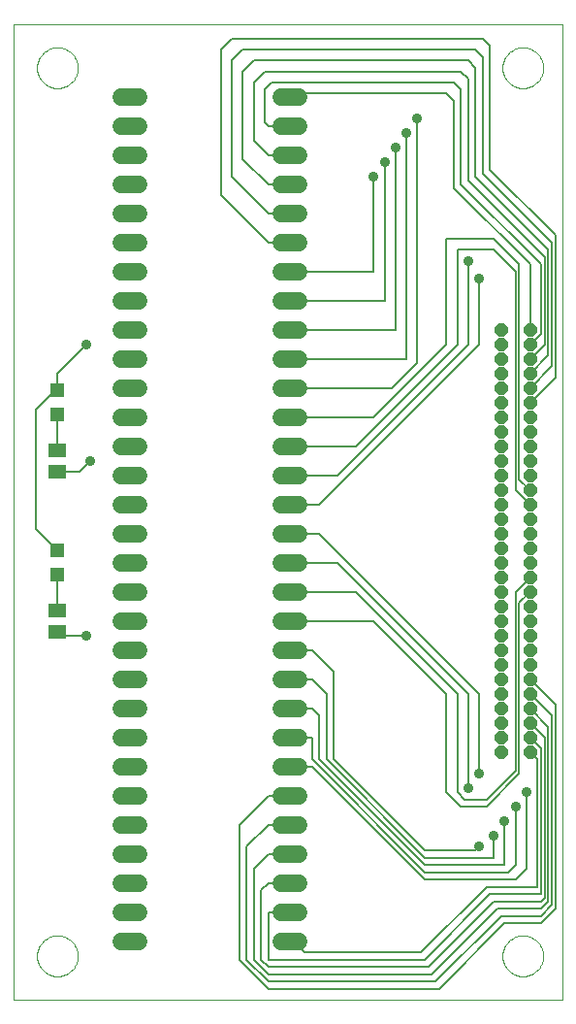
<source format=gtl>
G75*
%MOIN*%
%OFA0B0*%
%FSLAX24Y24*%
%IPPOS*%
%LPD*%
%AMOC8*
5,1,8,0,0,1.08239X$1,22.5*
%
%ADD10C,0.0000*%
%ADD11OC8,0.0436*%
%ADD12R,0.0472X0.0472*%
%ADD13R,0.0591X0.0512*%
%ADD14C,0.0600*%
%ADD15C,0.0060*%
%ADD16C,0.0356*%
D10*
X000100Y000100D02*
X000100Y033596D01*
X018970Y033596D01*
X018970Y000100D01*
X000100Y000100D01*
X000900Y001600D02*
X000902Y001652D01*
X000908Y001704D01*
X000918Y001756D01*
X000931Y001806D01*
X000948Y001856D01*
X000969Y001904D01*
X000994Y001950D01*
X001022Y001994D01*
X001053Y002036D01*
X001087Y002076D01*
X001124Y002113D01*
X001164Y002147D01*
X001206Y002178D01*
X001250Y002206D01*
X001296Y002231D01*
X001344Y002252D01*
X001394Y002269D01*
X001444Y002282D01*
X001496Y002292D01*
X001548Y002298D01*
X001600Y002300D01*
X001652Y002298D01*
X001704Y002292D01*
X001756Y002282D01*
X001806Y002269D01*
X001856Y002252D01*
X001904Y002231D01*
X001950Y002206D01*
X001994Y002178D01*
X002036Y002147D01*
X002076Y002113D01*
X002113Y002076D01*
X002147Y002036D01*
X002178Y001994D01*
X002206Y001950D01*
X002231Y001904D01*
X002252Y001856D01*
X002269Y001806D01*
X002282Y001756D01*
X002292Y001704D01*
X002298Y001652D01*
X002300Y001600D01*
X002298Y001548D01*
X002292Y001496D01*
X002282Y001444D01*
X002269Y001394D01*
X002252Y001344D01*
X002231Y001296D01*
X002206Y001250D01*
X002178Y001206D01*
X002147Y001164D01*
X002113Y001124D01*
X002076Y001087D01*
X002036Y001053D01*
X001994Y001022D01*
X001950Y000994D01*
X001904Y000969D01*
X001856Y000948D01*
X001806Y000931D01*
X001756Y000918D01*
X001704Y000908D01*
X001652Y000902D01*
X001600Y000900D01*
X001548Y000902D01*
X001496Y000908D01*
X001444Y000918D01*
X001394Y000931D01*
X001344Y000948D01*
X001296Y000969D01*
X001250Y000994D01*
X001206Y001022D01*
X001164Y001053D01*
X001124Y001087D01*
X001087Y001124D01*
X001053Y001164D01*
X001022Y001206D01*
X000994Y001250D01*
X000969Y001296D01*
X000948Y001344D01*
X000931Y001394D01*
X000918Y001444D01*
X000908Y001496D01*
X000902Y001548D01*
X000900Y001600D01*
X016900Y001600D02*
X016902Y001652D01*
X016908Y001704D01*
X016918Y001756D01*
X016931Y001806D01*
X016948Y001856D01*
X016969Y001904D01*
X016994Y001950D01*
X017022Y001994D01*
X017053Y002036D01*
X017087Y002076D01*
X017124Y002113D01*
X017164Y002147D01*
X017206Y002178D01*
X017250Y002206D01*
X017296Y002231D01*
X017344Y002252D01*
X017394Y002269D01*
X017444Y002282D01*
X017496Y002292D01*
X017548Y002298D01*
X017600Y002300D01*
X017652Y002298D01*
X017704Y002292D01*
X017756Y002282D01*
X017806Y002269D01*
X017856Y002252D01*
X017904Y002231D01*
X017950Y002206D01*
X017994Y002178D01*
X018036Y002147D01*
X018076Y002113D01*
X018113Y002076D01*
X018147Y002036D01*
X018178Y001994D01*
X018206Y001950D01*
X018231Y001904D01*
X018252Y001856D01*
X018269Y001806D01*
X018282Y001756D01*
X018292Y001704D01*
X018298Y001652D01*
X018300Y001600D01*
X018298Y001548D01*
X018292Y001496D01*
X018282Y001444D01*
X018269Y001394D01*
X018252Y001344D01*
X018231Y001296D01*
X018206Y001250D01*
X018178Y001206D01*
X018147Y001164D01*
X018113Y001124D01*
X018076Y001087D01*
X018036Y001053D01*
X017994Y001022D01*
X017950Y000994D01*
X017904Y000969D01*
X017856Y000948D01*
X017806Y000931D01*
X017756Y000918D01*
X017704Y000908D01*
X017652Y000902D01*
X017600Y000900D01*
X017548Y000902D01*
X017496Y000908D01*
X017444Y000918D01*
X017394Y000931D01*
X017344Y000948D01*
X017296Y000969D01*
X017250Y000994D01*
X017206Y001022D01*
X017164Y001053D01*
X017124Y001087D01*
X017087Y001124D01*
X017053Y001164D01*
X017022Y001206D01*
X016994Y001250D01*
X016969Y001296D01*
X016948Y001344D01*
X016931Y001394D01*
X016918Y001444D01*
X016908Y001496D01*
X016902Y001548D01*
X016900Y001600D01*
X016900Y032100D02*
X016902Y032152D01*
X016908Y032204D01*
X016918Y032256D01*
X016931Y032306D01*
X016948Y032356D01*
X016969Y032404D01*
X016994Y032450D01*
X017022Y032494D01*
X017053Y032536D01*
X017087Y032576D01*
X017124Y032613D01*
X017164Y032647D01*
X017206Y032678D01*
X017250Y032706D01*
X017296Y032731D01*
X017344Y032752D01*
X017394Y032769D01*
X017444Y032782D01*
X017496Y032792D01*
X017548Y032798D01*
X017600Y032800D01*
X017652Y032798D01*
X017704Y032792D01*
X017756Y032782D01*
X017806Y032769D01*
X017856Y032752D01*
X017904Y032731D01*
X017950Y032706D01*
X017994Y032678D01*
X018036Y032647D01*
X018076Y032613D01*
X018113Y032576D01*
X018147Y032536D01*
X018178Y032494D01*
X018206Y032450D01*
X018231Y032404D01*
X018252Y032356D01*
X018269Y032306D01*
X018282Y032256D01*
X018292Y032204D01*
X018298Y032152D01*
X018300Y032100D01*
X018298Y032048D01*
X018292Y031996D01*
X018282Y031944D01*
X018269Y031894D01*
X018252Y031844D01*
X018231Y031796D01*
X018206Y031750D01*
X018178Y031706D01*
X018147Y031664D01*
X018113Y031624D01*
X018076Y031587D01*
X018036Y031553D01*
X017994Y031522D01*
X017950Y031494D01*
X017904Y031469D01*
X017856Y031448D01*
X017806Y031431D01*
X017756Y031418D01*
X017704Y031408D01*
X017652Y031402D01*
X017600Y031400D01*
X017548Y031402D01*
X017496Y031408D01*
X017444Y031418D01*
X017394Y031431D01*
X017344Y031448D01*
X017296Y031469D01*
X017250Y031494D01*
X017206Y031522D01*
X017164Y031553D01*
X017124Y031587D01*
X017087Y031624D01*
X017053Y031664D01*
X017022Y031706D01*
X016994Y031750D01*
X016969Y031796D01*
X016948Y031844D01*
X016931Y031894D01*
X016918Y031944D01*
X016908Y031996D01*
X016902Y032048D01*
X016900Y032100D01*
X000900Y032100D02*
X000902Y032152D01*
X000908Y032204D01*
X000918Y032256D01*
X000931Y032306D01*
X000948Y032356D01*
X000969Y032404D01*
X000994Y032450D01*
X001022Y032494D01*
X001053Y032536D01*
X001087Y032576D01*
X001124Y032613D01*
X001164Y032647D01*
X001206Y032678D01*
X001250Y032706D01*
X001296Y032731D01*
X001344Y032752D01*
X001394Y032769D01*
X001444Y032782D01*
X001496Y032792D01*
X001548Y032798D01*
X001600Y032800D01*
X001652Y032798D01*
X001704Y032792D01*
X001756Y032782D01*
X001806Y032769D01*
X001856Y032752D01*
X001904Y032731D01*
X001950Y032706D01*
X001994Y032678D01*
X002036Y032647D01*
X002076Y032613D01*
X002113Y032576D01*
X002147Y032536D01*
X002178Y032494D01*
X002206Y032450D01*
X002231Y032404D01*
X002252Y032356D01*
X002269Y032306D01*
X002282Y032256D01*
X002292Y032204D01*
X002298Y032152D01*
X002300Y032100D01*
X002298Y032048D01*
X002292Y031996D01*
X002282Y031944D01*
X002269Y031894D01*
X002252Y031844D01*
X002231Y031796D01*
X002206Y031750D01*
X002178Y031706D01*
X002147Y031664D01*
X002113Y031624D01*
X002076Y031587D01*
X002036Y031553D01*
X001994Y031522D01*
X001950Y031494D01*
X001904Y031469D01*
X001856Y031448D01*
X001806Y031431D01*
X001756Y031418D01*
X001704Y031408D01*
X001652Y031402D01*
X001600Y031400D01*
X001548Y031402D01*
X001496Y031408D01*
X001444Y031418D01*
X001394Y031431D01*
X001344Y031448D01*
X001296Y031469D01*
X001250Y031494D01*
X001206Y031522D01*
X001164Y031553D01*
X001124Y031587D01*
X001087Y031624D01*
X001053Y031664D01*
X001022Y031706D01*
X000994Y031750D01*
X000969Y031796D01*
X000948Y031844D01*
X000931Y031894D01*
X000918Y031944D01*
X000908Y031996D01*
X000902Y032048D01*
X000900Y032100D01*
D11*
X016850Y023100D03*
X016850Y022600D03*
X016850Y022100D03*
X016850Y021600D03*
X016850Y021100D03*
X016850Y020600D03*
X016850Y020100D03*
X016850Y019600D03*
X016850Y019100D03*
X016850Y018600D03*
X016850Y018100D03*
X016850Y017600D03*
X016850Y017100D03*
X016850Y016600D03*
X016850Y016100D03*
X016850Y015600D03*
X016850Y015100D03*
X016850Y014600D03*
X016850Y014100D03*
X016850Y013600D03*
X016850Y013100D03*
X016850Y012600D03*
X016850Y012100D03*
X016850Y011600D03*
X016850Y011100D03*
X016850Y010600D03*
X016850Y010100D03*
X016850Y009600D03*
X016850Y009100D03*
X016850Y008600D03*
X017850Y008600D03*
X017850Y009100D03*
X017850Y009600D03*
X017850Y010100D03*
X017850Y010600D03*
X017850Y011100D03*
X017850Y011600D03*
X017850Y012100D03*
X017850Y012600D03*
X017850Y013100D03*
X017850Y013600D03*
X017850Y014100D03*
X017850Y014600D03*
X017850Y015100D03*
X017850Y015600D03*
X017850Y016100D03*
X017850Y016600D03*
X017850Y017100D03*
X017850Y017600D03*
X017850Y018100D03*
X017850Y018600D03*
X017850Y019100D03*
X017850Y019600D03*
X017850Y020100D03*
X017850Y020600D03*
X017850Y021100D03*
X017850Y021600D03*
X017850Y022100D03*
X017850Y022600D03*
X017850Y023100D03*
D12*
X001600Y021013D03*
X001600Y020187D03*
X001600Y015513D03*
X001600Y014687D03*
D13*
X001600Y013474D03*
X001600Y012726D03*
X001600Y018226D03*
X001600Y018974D03*
D14*
X003800Y019100D02*
X004400Y019100D01*
X004400Y018100D02*
X003800Y018100D01*
X003800Y017100D02*
X004400Y017100D01*
X004400Y016100D02*
X003800Y016100D01*
X003800Y015100D02*
X004400Y015100D01*
X004400Y014100D02*
X003800Y014100D01*
X003800Y013100D02*
X004400Y013100D01*
X004400Y012100D02*
X003800Y012100D01*
X003800Y011100D02*
X004400Y011100D01*
X004400Y010100D02*
X003800Y010100D01*
X003800Y009100D02*
X004400Y009100D01*
X004400Y008100D02*
X003800Y008100D01*
X003800Y007100D02*
X004400Y007100D01*
X004400Y006100D02*
X003800Y006100D01*
X003800Y005100D02*
X004400Y005100D01*
X004400Y004100D02*
X003800Y004100D01*
X003800Y003100D02*
X004400Y003100D01*
X004400Y002100D02*
X003800Y002100D01*
X009300Y002100D02*
X009900Y002100D01*
X009900Y003100D02*
X009300Y003100D01*
X009300Y004100D02*
X009900Y004100D01*
X009900Y005100D02*
X009300Y005100D01*
X009300Y006100D02*
X009900Y006100D01*
X009900Y007100D02*
X009300Y007100D01*
X009300Y008100D02*
X009900Y008100D01*
X009900Y009100D02*
X009300Y009100D01*
X009300Y010100D02*
X009900Y010100D01*
X009900Y011100D02*
X009300Y011100D01*
X009300Y012100D02*
X009900Y012100D01*
X009900Y013100D02*
X009300Y013100D01*
X009300Y014100D02*
X009900Y014100D01*
X009900Y015100D02*
X009300Y015100D01*
X009300Y016100D02*
X009900Y016100D01*
X009900Y017100D02*
X009300Y017100D01*
X009300Y018100D02*
X009900Y018100D01*
X009900Y019100D02*
X009300Y019100D01*
X009300Y020100D02*
X009900Y020100D01*
X009900Y021100D02*
X009300Y021100D01*
X009300Y022100D02*
X009900Y022100D01*
X009900Y023100D02*
X009300Y023100D01*
X009300Y024100D02*
X009900Y024100D01*
X009900Y025100D02*
X009300Y025100D01*
X009300Y026100D02*
X009900Y026100D01*
X009900Y027100D02*
X009300Y027100D01*
X009300Y028100D02*
X009900Y028100D01*
X009900Y029100D02*
X009300Y029100D01*
X009300Y030100D02*
X009900Y030100D01*
X009900Y031100D02*
X009300Y031100D01*
X004400Y031100D02*
X003800Y031100D01*
X003800Y030100D02*
X004400Y030100D01*
X004400Y029100D02*
X003800Y029100D01*
X003800Y028100D02*
X004400Y028100D01*
X004400Y027100D02*
X003800Y027100D01*
X003800Y026100D02*
X004400Y026100D01*
X004400Y025100D02*
X003800Y025100D01*
X003800Y024100D02*
X004400Y024100D01*
X004400Y023100D02*
X003800Y023100D01*
X003800Y022100D02*
X004400Y022100D01*
X004400Y021100D02*
X003800Y021100D01*
X003800Y020100D02*
X004400Y020100D01*
D15*
X002725Y018600D02*
X002349Y018225D01*
X001600Y018226D01*
X001600Y018974D02*
X001600Y020187D01*
X000850Y020350D02*
X001513Y021013D01*
X001600Y021013D01*
X001600Y021600D01*
X002600Y022600D01*
X000850Y020350D02*
X000850Y016263D01*
X001600Y015513D01*
X001600Y014687D02*
X001600Y013474D01*
X001600Y012726D02*
X001726Y012600D01*
X002600Y012600D01*
X008850Y007100D02*
X007850Y006100D01*
X007850Y001475D01*
X008850Y000475D01*
X014725Y000475D01*
X016975Y002725D01*
X018225Y002725D01*
X018725Y003225D01*
X018725Y010225D01*
X017850Y011100D01*
X017850Y010600D02*
X018600Y009850D01*
X018600Y003350D01*
X018225Y002975D01*
X016850Y002975D01*
X014600Y000725D01*
X008850Y000725D01*
X008100Y001475D01*
X008100Y005350D01*
X008850Y006100D01*
X009600Y006100D01*
X009600Y005100D02*
X008850Y005100D01*
X008350Y004600D01*
X008350Y001475D01*
X008850Y000975D01*
X014475Y000975D01*
X016725Y003225D01*
X018225Y003225D01*
X018475Y003475D01*
X018475Y009475D01*
X017850Y010100D01*
X017850Y009600D02*
X018350Y009100D01*
X018350Y003600D01*
X018225Y003475D01*
X016600Y003475D01*
X014350Y001225D01*
X008850Y001225D01*
X008600Y001475D01*
X008600Y003850D01*
X008850Y004100D01*
X009600Y004100D01*
X009600Y003100D02*
X008850Y003100D01*
X008850Y001475D01*
X014225Y001475D01*
X016475Y003725D01*
X018225Y003725D01*
X018225Y008725D01*
X017850Y009100D01*
X017850Y008600D02*
X018100Y008350D01*
X018100Y003975D01*
X016350Y003975D01*
X014100Y001725D01*
X010100Y001725D01*
X009725Y002100D01*
X009600Y002100D01*
X009600Y007100D02*
X008850Y007100D01*
X009600Y008100D02*
X010350Y008100D01*
X014225Y004225D01*
X017350Y004225D01*
X017725Y004600D01*
X017725Y007225D01*
X017350Y006725D02*
X017350Y004725D01*
X017100Y004475D01*
X014225Y004475D01*
X010350Y008350D01*
X010350Y009100D01*
X009600Y009100D01*
X009600Y010100D02*
X010350Y010100D01*
X010600Y009850D01*
X010600Y008350D01*
X014225Y004725D01*
X016975Y004725D01*
X016975Y006225D01*
X016600Y005725D02*
X016600Y004975D01*
X014225Y004975D01*
X010850Y008350D01*
X010850Y010600D01*
X010350Y011100D01*
X009600Y011100D01*
X009600Y012100D02*
X010350Y012100D01*
X011100Y011350D01*
X011100Y008350D01*
X014225Y005225D01*
X015975Y005225D01*
X016100Y005350D01*
X016350Y006725D02*
X015475Y006725D01*
X014975Y007225D01*
X014975Y010600D01*
X012475Y013100D01*
X009600Y013100D01*
X009600Y014100D02*
X011850Y014100D01*
X015350Y010600D01*
X015350Y007225D01*
X015600Y006975D01*
X016350Y006975D01*
X017350Y007975D01*
X017350Y014100D01*
X017850Y014600D01*
X017850Y014100D02*
X017475Y013725D01*
X017475Y007850D01*
X016350Y006725D01*
X015725Y007350D02*
X015725Y010600D01*
X011225Y015100D01*
X009600Y015100D01*
X009600Y016100D02*
X010600Y016100D01*
X016100Y010600D01*
X016100Y007850D01*
X017850Y017100D02*
X017350Y017600D01*
X017350Y025100D01*
X016600Y025850D01*
X015350Y025850D01*
X015350Y022600D01*
X011850Y019100D01*
X009600Y019100D01*
X009600Y018100D02*
X011225Y018100D01*
X015725Y022600D01*
X015725Y025475D01*
X016100Y024850D02*
X016100Y022600D01*
X010600Y017100D01*
X009600Y017100D01*
X009600Y020100D02*
X012475Y020100D01*
X014975Y022600D01*
X014975Y026225D01*
X016600Y026225D01*
X017475Y025350D01*
X017475Y017975D01*
X017850Y017600D01*
X017850Y020600D02*
X018725Y021475D01*
X018725Y026350D01*
X016475Y028600D01*
X016475Y032850D01*
X016225Y033100D01*
X007600Y033100D01*
X007225Y032725D01*
X007225Y027725D01*
X008850Y026100D01*
X009600Y026100D01*
X009600Y025100D02*
X012475Y025100D01*
X012475Y028350D01*
X012850Y028850D02*
X012850Y024100D01*
X009600Y024100D01*
X009600Y023100D02*
X013225Y023100D01*
X013225Y029350D01*
X013600Y029850D02*
X013600Y022100D01*
X009600Y022100D01*
X009600Y021100D02*
X013100Y021100D01*
X013975Y021975D01*
X013975Y030350D01*
X014975Y031225D02*
X009725Y031225D01*
X009600Y031100D01*
X008975Y031600D02*
X015225Y031600D01*
X015475Y031350D01*
X015475Y028100D01*
X018225Y025350D01*
X018225Y022975D01*
X017850Y022600D01*
X017850Y023100D02*
X017850Y025350D01*
X015225Y027975D01*
X015225Y030975D01*
X014975Y031225D01*
X015475Y031975D02*
X015725Y031725D01*
X015725Y028225D01*
X018350Y025600D01*
X018350Y022600D01*
X017850Y022100D01*
X017850Y021600D02*
X018475Y022225D01*
X018475Y025850D01*
X015975Y028350D01*
X015975Y032100D01*
X015725Y032350D01*
X008350Y032350D01*
X007975Y031975D01*
X007975Y028975D01*
X008850Y028100D01*
X009600Y028100D01*
X009600Y027100D02*
X008850Y027100D01*
X007600Y028350D01*
X007600Y032350D01*
X007975Y032725D01*
X015975Y032725D01*
X016225Y032475D01*
X016225Y028475D01*
X018600Y026100D01*
X018600Y021850D01*
X017850Y021100D01*
X015475Y031975D02*
X008725Y031975D01*
X008350Y031600D01*
X008350Y029600D01*
X008850Y029100D01*
X009600Y029100D01*
X009600Y030100D02*
X008850Y030100D01*
X008725Y030225D01*
X008725Y031350D01*
X008975Y031600D01*
D16*
X012475Y028350D03*
X012850Y028850D03*
X013225Y029350D03*
X013600Y029850D03*
X013975Y030350D03*
X015725Y025475D03*
X016100Y024850D03*
X016100Y007850D03*
X015725Y007350D03*
X016600Y005725D03*
X016975Y006225D03*
X017350Y006725D03*
X017725Y007225D03*
X016100Y005350D03*
X002725Y018600D03*
X002600Y022600D03*
X002600Y012600D03*
M02*

</source>
